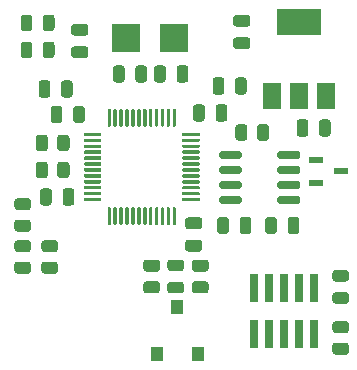
<source format=gtp>
%TF.GenerationSoftware,KiCad,Pcbnew,(5.1.9)-1*%
%TF.CreationDate,2021-02-06T23:27:04-06:00*%
%TF.ProjectId,USB2CAN,55534232-4341-44e2-9e6b-696361645f70,rev?*%
%TF.SameCoordinates,Original*%
%TF.FileFunction,Paste,Top*%
%TF.FilePolarity,Positive*%
%FSLAX46Y46*%
G04 Gerber Fmt 4.6, Leading zero omitted, Abs format (unit mm)*
G04 Created by KiCad (PCBNEW (5.1.9)-1) date 2021-02-06 23:27:04*
%MOMM*%
%LPD*%
G01*
G04 APERTURE LIST*
%ADD10R,2.400000X2.400000*%
%ADD11R,0.740000X2.400000*%
%ADD12R,3.800000X2.200000*%
%ADD13R,1.500000X2.200000*%
%ADD14R,1.000000X1.300000*%
%ADD15R,1.300000X0.600000*%
G04 APERTURE END LIST*
G36*
G01*
X156521999Y-114653000D02*
X157422001Y-114653000D01*
G75*
G02*
X157672000Y-114902999I0J-249999D01*
G01*
X157672000Y-115428001D01*
G75*
G02*
X157422001Y-115678000I-249999J0D01*
G01*
X156521999Y-115678000D01*
G75*
G02*
X156272000Y-115428001I0J249999D01*
G01*
X156272000Y-114902999D01*
G75*
G02*
X156521999Y-114653000I249999J0D01*
G01*
G37*
G36*
G01*
X156521999Y-116478000D02*
X157422001Y-116478000D01*
G75*
G02*
X157672000Y-116727999I0J-249999D01*
G01*
X157672000Y-117253001D01*
G75*
G02*
X157422001Y-117503000I-249999J0D01*
G01*
X156521999Y-117503000D01*
G75*
G02*
X156272000Y-117253001I0J249999D01*
G01*
X156272000Y-116727999D01*
G75*
G02*
X156521999Y-116478000I249999J0D01*
G01*
G37*
G36*
G01*
X156515750Y-112210000D02*
X157428250Y-112210000D01*
G75*
G02*
X157672000Y-112453750I0J-243750D01*
G01*
X157672000Y-112941250D01*
G75*
G02*
X157428250Y-113185000I-243750J0D01*
G01*
X156515750Y-113185000D01*
G75*
G02*
X156272000Y-112941250I0J243750D01*
G01*
X156272000Y-112453750D01*
G75*
G02*
X156515750Y-112210000I243750J0D01*
G01*
G37*
G36*
G01*
X156515750Y-110335000D02*
X157428250Y-110335000D01*
G75*
G02*
X157672000Y-110578750I0J-243750D01*
G01*
X157672000Y-111066250D01*
G75*
G02*
X157428250Y-111310000I-243750J0D01*
G01*
X156515750Y-111310000D01*
G75*
G02*
X156272000Y-111066250I0J243750D01*
G01*
X156272000Y-110578750D01*
G75*
G02*
X156515750Y-110335000I243750J0D01*
G01*
G37*
D10*
X138793000Y-90678000D03*
X142893000Y-90678000D03*
D11*
X154686000Y-111842000D03*
X154686000Y-115742000D03*
X153416000Y-111842000D03*
X153416000Y-115742000D03*
X152146000Y-111842000D03*
X152146000Y-115742000D03*
X150876000Y-111842000D03*
X150876000Y-115742000D03*
X149606000Y-111842000D03*
X149606000Y-115742000D03*
G36*
G01*
X143631800Y-98700000D02*
X144956800Y-98700000D01*
G75*
G02*
X145031800Y-98775000I0J-75000D01*
G01*
X145031800Y-98925000D01*
G75*
G02*
X144956800Y-99000000I-75000J0D01*
G01*
X143631800Y-99000000D01*
G75*
G02*
X143556800Y-98925000I0J75000D01*
G01*
X143556800Y-98775000D01*
G75*
G02*
X143631800Y-98700000I75000J0D01*
G01*
G37*
G36*
G01*
X143631800Y-99200000D02*
X144956800Y-99200000D01*
G75*
G02*
X145031800Y-99275000I0J-75000D01*
G01*
X145031800Y-99425000D01*
G75*
G02*
X144956800Y-99500000I-75000J0D01*
G01*
X143631800Y-99500000D01*
G75*
G02*
X143556800Y-99425000I0J75000D01*
G01*
X143556800Y-99275000D01*
G75*
G02*
X143631800Y-99200000I75000J0D01*
G01*
G37*
G36*
G01*
X143631800Y-99700000D02*
X144956800Y-99700000D01*
G75*
G02*
X145031800Y-99775000I0J-75000D01*
G01*
X145031800Y-99925000D01*
G75*
G02*
X144956800Y-100000000I-75000J0D01*
G01*
X143631800Y-100000000D01*
G75*
G02*
X143556800Y-99925000I0J75000D01*
G01*
X143556800Y-99775000D01*
G75*
G02*
X143631800Y-99700000I75000J0D01*
G01*
G37*
G36*
G01*
X143631800Y-100200000D02*
X144956800Y-100200000D01*
G75*
G02*
X145031800Y-100275000I0J-75000D01*
G01*
X145031800Y-100425000D01*
G75*
G02*
X144956800Y-100500000I-75000J0D01*
G01*
X143631800Y-100500000D01*
G75*
G02*
X143556800Y-100425000I0J75000D01*
G01*
X143556800Y-100275000D01*
G75*
G02*
X143631800Y-100200000I75000J0D01*
G01*
G37*
G36*
G01*
X143631800Y-100700000D02*
X144956800Y-100700000D01*
G75*
G02*
X145031800Y-100775000I0J-75000D01*
G01*
X145031800Y-100925000D01*
G75*
G02*
X144956800Y-101000000I-75000J0D01*
G01*
X143631800Y-101000000D01*
G75*
G02*
X143556800Y-100925000I0J75000D01*
G01*
X143556800Y-100775000D01*
G75*
G02*
X143631800Y-100700000I75000J0D01*
G01*
G37*
G36*
G01*
X143631800Y-101200000D02*
X144956800Y-101200000D01*
G75*
G02*
X145031800Y-101275000I0J-75000D01*
G01*
X145031800Y-101425000D01*
G75*
G02*
X144956800Y-101500000I-75000J0D01*
G01*
X143631800Y-101500000D01*
G75*
G02*
X143556800Y-101425000I0J75000D01*
G01*
X143556800Y-101275000D01*
G75*
G02*
X143631800Y-101200000I75000J0D01*
G01*
G37*
G36*
G01*
X143631800Y-101700000D02*
X144956800Y-101700000D01*
G75*
G02*
X145031800Y-101775000I0J-75000D01*
G01*
X145031800Y-101925000D01*
G75*
G02*
X144956800Y-102000000I-75000J0D01*
G01*
X143631800Y-102000000D01*
G75*
G02*
X143556800Y-101925000I0J75000D01*
G01*
X143556800Y-101775000D01*
G75*
G02*
X143631800Y-101700000I75000J0D01*
G01*
G37*
G36*
G01*
X143631800Y-102200000D02*
X144956800Y-102200000D01*
G75*
G02*
X145031800Y-102275000I0J-75000D01*
G01*
X145031800Y-102425000D01*
G75*
G02*
X144956800Y-102500000I-75000J0D01*
G01*
X143631800Y-102500000D01*
G75*
G02*
X143556800Y-102425000I0J75000D01*
G01*
X143556800Y-102275000D01*
G75*
G02*
X143631800Y-102200000I75000J0D01*
G01*
G37*
G36*
G01*
X143631800Y-102700000D02*
X144956800Y-102700000D01*
G75*
G02*
X145031800Y-102775000I0J-75000D01*
G01*
X145031800Y-102925000D01*
G75*
G02*
X144956800Y-103000000I-75000J0D01*
G01*
X143631800Y-103000000D01*
G75*
G02*
X143556800Y-102925000I0J75000D01*
G01*
X143556800Y-102775000D01*
G75*
G02*
X143631800Y-102700000I75000J0D01*
G01*
G37*
G36*
G01*
X143631800Y-103200000D02*
X144956800Y-103200000D01*
G75*
G02*
X145031800Y-103275000I0J-75000D01*
G01*
X145031800Y-103425000D01*
G75*
G02*
X144956800Y-103500000I-75000J0D01*
G01*
X143631800Y-103500000D01*
G75*
G02*
X143556800Y-103425000I0J75000D01*
G01*
X143556800Y-103275000D01*
G75*
G02*
X143631800Y-103200000I75000J0D01*
G01*
G37*
G36*
G01*
X143631800Y-103700000D02*
X144956800Y-103700000D01*
G75*
G02*
X145031800Y-103775000I0J-75000D01*
G01*
X145031800Y-103925000D01*
G75*
G02*
X144956800Y-104000000I-75000J0D01*
G01*
X143631800Y-104000000D01*
G75*
G02*
X143556800Y-103925000I0J75000D01*
G01*
X143556800Y-103775000D01*
G75*
G02*
X143631800Y-103700000I75000J0D01*
G01*
G37*
G36*
G01*
X143631800Y-104200000D02*
X144956800Y-104200000D01*
G75*
G02*
X145031800Y-104275000I0J-75000D01*
G01*
X145031800Y-104425000D01*
G75*
G02*
X144956800Y-104500000I-75000J0D01*
G01*
X143631800Y-104500000D01*
G75*
G02*
X143556800Y-104425000I0J75000D01*
G01*
X143556800Y-104275000D01*
G75*
G02*
X143631800Y-104200000I75000J0D01*
G01*
G37*
G36*
G01*
X142806800Y-105025000D02*
X142956800Y-105025000D01*
G75*
G02*
X143031800Y-105100000I0J-75000D01*
G01*
X143031800Y-106425000D01*
G75*
G02*
X142956800Y-106500000I-75000J0D01*
G01*
X142806800Y-106500000D01*
G75*
G02*
X142731800Y-106425000I0J75000D01*
G01*
X142731800Y-105100000D01*
G75*
G02*
X142806800Y-105025000I75000J0D01*
G01*
G37*
G36*
G01*
X142306800Y-105025000D02*
X142456800Y-105025000D01*
G75*
G02*
X142531800Y-105100000I0J-75000D01*
G01*
X142531800Y-106425000D01*
G75*
G02*
X142456800Y-106500000I-75000J0D01*
G01*
X142306800Y-106500000D01*
G75*
G02*
X142231800Y-106425000I0J75000D01*
G01*
X142231800Y-105100000D01*
G75*
G02*
X142306800Y-105025000I75000J0D01*
G01*
G37*
G36*
G01*
X141806800Y-105025000D02*
X141956800Y-105025000D01*
G75*
G02*
X142031800Y-105100000I0J-75000D01*
G01*
X142031800Y-106425000D01*
G75*
G02*
X141956800Y-106500000I-75000J0D01*
G01*
X141806800Y-106500000D01*
G75*
G02*
X141731800Y-106425000I0J75000D01*
G01*
X141731800Y-105100000D01*
G75*
G02*
X141806800Y-105025000I75000J0D01*
G01*
G37*
G36*
G01*
X141306800Y-105025000D02*
X141456800Y-105025000D01*
G75*
G02*
X141531800Y-105100000I0J-75000D01*
G01*
X141531800Y-106425000D01*
G75*
G02*
X141456800Y-106500000I-75000J0D01*
G01*
X141306800Y-106500000D01*
G75*
G02*
X141231800Y-106425000I0J75000D01*
G01*
X141231800Y-105100000D01*
G75*
G02*
X141306800Y-105025000I75000J0D01*
G01*
G37*
G36*
G01*
X140806800Y-105025000D02*
X140956800Y-105025000D01*
G75*
G02*
X141031800Y-105100000I0J-75000D01*
G01*
X141031800Y-106425000D01*
G75*
G02*
X140956800Y-106500000I-75000J0D01*
G01*
X140806800Y-106500000D01*
G75*
G02*
X140731800Y-106425000I0J75000D01*
G01*
X140731800Y-105100000D01*
G75*
G02*
X140806800Y-105025000I75000J0D01*
G01*
G37*
G36*
G01*
X140306800Y-105025000D02*
X140456800Y-105025000D01*
G75*
G02*
X140531800Y-105100000I0J-75000D01*
G01*
X140531800Y-106425000D01*
G75*
G02*
X140456800Y-106500000I-75000J0D01*
G01*
X140306800Y-106500000D01*
G75*
G02*
X140231800Y-106425000I0J75000D01*
G01*
X140231800Y-105100000D01*
G75*
G02*
X140306800Y-105025000I75000J0D01*
G01*
G37*
G36*
G01*
X139806800Y-105025000D02*
X139956800Y-105025000D01*
G75*
G02*
X140031800Y-105100000I0J-75000D01*
G01*
X140031800Y-106425000D01*
G75*
G02*
X139956800Y-106500000I-75000J0D01*
G01*
X139806800Y-106500000D01*
G75*
G02*
X139731800Y-106425000I0J75000D01*
G01*
X139731800Y-105100000D01*
G75*
G02*
X139806800Y-105025000I75000J0D01*
G01*
G37*
G36*
G01*
X139306800Y-105025000D02*
X139456800Y-105025000D01*
G75*
G02*
X139531800Y-105100000I0J-75000D01*
G01*
X139531800Y-106425000D01*
G75*
G02*
X139456800Y-106500000I-75000J0D01*
G01*
X139306800Y-106500000D01*
G75*
G02*
X139231800Y-106425000I0J75000D01*
G01*
X139231800Y-105100000D01*
G75*
G02*
X139306800Y-105025000I75000J0D01*
G01*
G37*
G36*
G01*
X138806800Y-105025000D02*
X138956800Y-105025000D01*
G75*
G02*
X139031800Y-105100000I0J-75000D01*
G01*
X139031800Y-106425000D01*
G75*
G02*
X138956800Y-106500000I-75000J0D01*
G01*
X138806800Y-106500000D01*
G75*
G02*
X138731800Y-106425000I0J75000D01*
G01*
X138731800Y-105100000D01*
G75*
G02*
X138806800Y-105025000I75000J0D01*
G01*
G37*
G36*
G01*
X138306800Y-105025000D02*
X138456800Y-105025000D01*
G75*
G02*
X138531800Y-105100000I0J-75000D01*
G01*
X138531800Y-106425000D01*
G75*
G02*
X138456800Y-106500000I-75000J0D01*
G01*
X138306800Y-106500000D01*
G75*
G02*
X138231800Y-106425000I0J75000D01*
G01*
X138231800Y-105100000D01*
G75*
G02*
X138306800Y-105025000I75000J0D01*
G01*
G37*
G36*
G01*
X137806800Y-105025000D02*
X137956800Y-105025000D01*
G75*
G02*
X138031800Y-105100000I0J-75000D01*
G01*
X138031800Y-106425000D01*
G75*
G02*
X137956800Y-106500000I-75000J0D01*
G01*
X137806800Y-106500000D01*
G75*
G02*
X137731800Y-106425000I0J75000D01*
G01*
X137731800Y-105100000D01*
G75*
G02*
X137806800Y-105025000I75000J0D01*
G01*
G37*
G36*
G01*
X137306800Y-105025000D02*
X137456800Y-105025000D01*
G75*
G02*
X137531800Y-105100000I0J-75000D01*
G01*
X137531800Y-106425000D01*
G75*
G02*
X137456800Y-106500000I-75000J0D01*
G01*
X137306800Y-106500000D01*
G75*
G02*
X137231800Y-106425000I0J75000D01*
G01*
X137231800Y-105100000D01*
G75*
G02*
X137306800Y-105025000I75000J0D01*
G01*
G37*
G36*
G01*
X135306800Y-104200000D02*
X136631800Y-104200000D01*
G75*
G02*
X136706800Y-104275000I0J-75000D01*
G01*
X136706800Y-104425000D01*
G75*
G02*
X136631800Y-104500000I-75000J0D01*
G01*
X135306800Y-104500000D01*
G75*
G02*
X135231800Y-104425000I0J75000D01*
G01*
X135231800Y-104275000D01*
G75*
G02*
X135306800Y-104200000I75000J0D01*
G01*
G37*
G36*
G01*
X135306800Y-103700000D02*
X136631800Y-103700000D01*
G75*
G02*
X136706800Y-103775000I0J-75000D01*
G01*
X136706800Y-103925000D01*
G75*
G02*
X136631800Y-104000000I-75000J0D01*
G01*
X135306800Y-104000000D01*
G75*
G02*
X135231800Y-103925000I0J75000D01*
G01*
X135231800Y-103775000D01*
G75*
G02*
X135306800Y-103700000I75000J0D01*
G01*
G37*
G36*
G01*
X135306800Y-103200000D02*
X136631800Y-103200000D01*
G75*
G02*
X136706800Y-103275000I0J-75000D01*
G01*
X136706800Y-103425000D01*
G75*
G02*
X136631800Y-103500000I-75000J0D01*
G01*
X135306800Y-103500000D01*
G75*
G02*
X135231800Y-103425000I0J75000D01*
G01*
X135231800Y-103275000D01*
G75*
G02*
X135306800Y-103200000I75000J0D01*
G01*
G37*
G36*
G01*
X135306800Y-102700000D02*
X136631800Y-102700000D01*
G75*
G02*
X136706800Y-102775000I0J-75000D01*
G01*
X136706800Y-102925000D01*
G75*
G02*
X136631800Y-103000000I-75000J0D01*
G01*
X135306800Y-103000000D01*
G75*
G02*
X135231800Y-102925000I0J75000D01*
G01*
X135231800Y-102775000D01*
G75*
G02*
X135306800Y-102700000I75000J0D01*
G01*
G37*
G36*
G01*
X135306800Y-102200000D02*
X136631800Y-102200000D01*
G75*
G02*
X136706800Y-102275000I0J-75000D01*
G01*
X136706800Y-102425000D01*
G75*
G02*
X136631800Y-102500000I-75000J0D01*
G01*
X135306800Y-102500000D01*
G75*
G02*
X135231800Y-102425000I0J75000D01*
G01*
X135231800Y-102275000D01*
G75*
G02*
X135306800Y-102200000I75000J0D01*
G01*
G37*
G36*
G01*
X135306800Y-101700000D02*
X136631800Y-101700000D01*
G75*
G02*
X136706800Y-101775000I0J-75000D01*
G01*
X136706800Y-101925000D01*
G75*
G02*
X136631800Y-102000000I-75000J0D01*
G01*
X135306800Y-102000000D01*
G75*
G02*
X135231800Y-101925000I0J75000D01*
G01*
X135231800Y-101775000D01*
G75*
G02*
X135306800Y-101700000I75000J0D01*
G01*
G37*
G36*
G01*
X135306800Y-101200000D02*
X136631800Y-101200000D01*
G75*
G02*
X136706800Y-101275000I0J-75000D01*
G01*
X136706800Y-101425000D01*
G75*
G02*
X136631800Y-101500000I-75000J0D01*
G01*
X135306800Y-101500000D01*
G75*
G02*
X135231800Y-101425000I0J75000D01*
G01*
X135231800Y-101275000D01*
G75*
G02*
X135306800Y-101200000I75000J0D01*
G01*
G37*
G36*
G01*
X135306800Y-100700000D02*
X136631800Y-100700000D01*
G75*
G02*
X136706800Y-100775000I0J-75000D01*
G01*
X136706800Y-100925000D01*
G75*
G02*
X136631800Y-101000000I-75000J0D01*
G01*
X135306800Y-101000000D01*
G75*
G02*
X135231800Y-100925000I0J75000D01*
G01*
X135231800Y-100775000D01*
G75*
G02*
X135306800Y-100700000I75000J0D01*
G01*
G37*
G36*
G01*
X135306800Y-100200000D02*
X136631800Y-100200000D01*
G75*
G02*
X136706800Y-100275000I0J-75000D01*
G01*
X136706800Y-100425000D01*
G75*
G02*
X136631800Y-100500000I-75000J0D01*
G01*
X135306800Y-100500000D01*
G75*
G02*
X135231800Y-100425000I0J75000D01*
G01*
X135231800Y-100275000D01*
G75*
G02*
X135306800Y-100200000I75000J0D01*
G01*
G37*
G36*
G01*
X135306800Y-99700000D02*
X136631800Y-99700000D01*
G75*
G02*
X136706800Y-99775000I0J-75000D01*
G01*
X136706800Y-99925000D01*
G75*
G02*
X136631800Y-100000000I-75000J0D01*
G01*
X135306800Y-100000000D01*
G75*
G02*
X135231800Y-99925000I0J75000D01*
G01*
X135231800Y-99775000D01*
G75*
G02*
X135306800Y-99700000I75000J0D01*
G01*
G37*
G36*
G01*
X135306800Y-99200000D02*
X136631800Y-99200000D01*
G75*
G02*
X136706800Y-99275000I0J-75000D01*
G01*
X136706800Y-99425000D01*
G75*
G02*
X136631800Y-99500000I-75000J0D01*
G01*
X135306800Y-99500000D01*
G75*
G02*
X135231800Y-99425000I0J75000D01*
G01*
X135231800Y-99275000D01*
G75*
G02*
X135306800Y-99200000I75000J0D01*
G01*
G37*
G36*
G01*
X135306800Y-98700000D02*
X136631800Y-98700000D01*
G75*
G02*
X136706800Y-98775000I0J-75000D01*
G01*
X136706800Y-98925000D01*
G75*
G02*
X136631800Y-99000000I-75000J0D01*
G01*
X135306800Y-99000000D01*
G75*
G02*
X135231800Y-98925000I0J75000D01*
G01*
X135231800Y-98775000D01*
G75*
G02*
X135306800Y-98700000I75000J0D01*
G01*
G37*
G36*
G01*
X137306800Y-96700000D02*
X137456800Y-96700000D01*
G75*
G02*
X137531800Y-96775000I0J-75000D01*
G01*
X137531800Y-98100000D01*
G75*
G02*
X137456800Y-98175000I-75000J0D01*
G01*
X137306800Y-98175000D01*
G75*
G02*
X137231800Y-98100000I0J75000D01*
G01*
X137231800Y-96775000D01*
G75*
G02*
X137306800Y-96700000I75000J0D01*
G01*
G37*
G36*
G01*
X137806800Y-96700000D02*
X137956800Y-96700000D01*
G75*
G02*
X138031800Y-96775000I0J-75000D01*
G01*
X138031800Y-98100000D01*
G75*
G02*
X137956800Y-98175000I-75000J0D01*
G01*
X137806800Y-98175000D01*
G75*
G02*
X137731800Y-98100000I0J75000D01*
G01*
X137731800Y-96775000D01*
G75*
G02*
X137806800Y-96700000I75000J0D01*
G01*
G37*
G36*
G01*
X138306800Y-96700000D02*
X138456800Y-96700000D01*
G75*
G02*
X138531800Y-96775000I0J-75000D01*
G01*
X138531800Y-98100000D01*
G75*
G02*
X138456800Y-98175000I-75000J0D01*
G01*
X138306800Y-98175000D01*
G75*
G02*
X138231800Y-98100000I0J75000D01*
G01*
X138231800Y-96775000D01*
G75*
G02*
X138306800Y-96700000I75000J0D01*
G01*
G37*
G36*
G01*
X138806800Y-96700000D02*
X138956800Y-96700000D01*
G75*
G02*
X139031800Y-96775000I0J-75000D01*
G01*
X139031800Y-98100000D01*
G75*
G02*
X138956800Y-98175000I-75000J0D01*
G01*
X138806800Y-98175000D01*
G75*
G02*
X138731800Y-98100000I0J75000D01*
G01*
X138731800Y-96775000D01*
G75*
G02*
X138806800Y-96700000I75000J0D01*
G01*
G37*
G36*
G01*
X139306800Y-96700000D02*
X139456800Y-96700000D01*
G75*
G02*
X139531800Y-96775000I0J-75000D01*
G01*
X139531800Y-98100000D01*
G75*
G02*
X139456800Y-98175000I-75000J0D01*
G01*
X139306800Y-98175000D01*
G75*
G02*
X139231800Y-98100000I0J75000D01*
G01*
X139231800Y-96775000D01*
G75*
G02*
X139306800Y-96700000I75000J0D01*
G01*
G37*
G36*
G01*
X139806800Y-96700000D02*
X139956800Y-96700000D01*
G75*
G02*
X140031800Y-96775000I0J-75000D01*
G01*
X140031800Y-98100000D01*
G75*
G02*
X139956800Y-98175000I-75000J0D01*
G01*
X139806800Y-98175000D01*
G75*
G02*
X139731800Y-98100000I0J75000D01*
G01*
X139731800Y-96775000D01*
G75*
G02*
X139806800Y-96700000I75000J0D01*
G01*
G37*
G36*
G01*
X140306800Y-96700000D02*
X140456800Y-96700000D01*
G75*
G02*
X140531800Y-96775000I0J-75000D01*
G01*
X140531800Y-98100000D01*
G75*
G02*
X140456800Y-98175000I-75000J0D01*
G01*
X140306800Y-98175000D01*
G75*
G02*
X140231800Y-98100000I0J75000D01*
G01*
X140231800Y-96775000D01*
G75*
G02*
X140306800Y-96700000I75000J0D01*
G01*
G37*
G36*
G01*
X140806800Y-96700000D02*
X140956800Y-96700000D01*
G75*
G02*
X141031800Y-96775000I0J-75000D01*
G01*
X141031800Y-98100000D01*
G75*
G02*
X140956800Y-98175000I-75000J0D01*
G01*
X140806800Y-98175000D01*
G75*
G02*
X140731800Y-98100000I0J75000D01*
G01*
X140731800Y-96775000D01*
G75*
G02*
X140806800Y-96700000I75000J0D01*
G01*
G37*
G36*
G01*
X141306800Y-96700000D02*
X141456800Y-96700000D01*
G75*
G02*
X141531800Y-96775000I0J-75000D01*
G01*
X141531800Y-98100000D01*
G75*
G02*
X141456800Y-98175000I-75000J0D01*
G01*
X141306800Y-98175000D01*
G75*
G02*
X141231800Y-98100000I0J75000D01*
G01*
X141231800Y-96775000D01*
G75*
G02*
X141306800Y-96700000I75000J0D01*
G01*
G37*
G36*
G01*
X141806800Y-96700000D02*
X141956800Y-96700000D01*
G75*
G02*
X142031800Y-96775000I0J-75000D01*
G01*
X142031800Y-98100000D01*
G75*
G02*
X141956800Y-98175000I-75000J0D01*
G01*
X141806800Y-98175000D01*
G75*
G02*
X141731800Y-98100000I0J75000D01*
G01*
X141731800Y-96775000D01*
G75*
G02*
X141806800Y-96700000I75000J0D01*
G01*
G37*
G36*
G01*
X142306800Y-96700000D02*
X142456800Y-96700000D01*
G75*
G02*
X142531800Y-96775000I0J-75000D01*
G01*
X142531800Y-98100000D01*
G75*
G02*
X142456800Y-98175000I-75000J0D01*
G01*
X142306800Y-98175000D01*
G75*
G02*
X142231800Y-98100000I0J75000D01*
G01*
X142231800Y-96775000D01*
G75*
G02*
X142306800Y-96700000I75000J0D01*
G01*
G37*
G36*
G01*
X142806800Y-96700000D02*
X142956800Y-96700000D01*
G75*
G02*
X143031800Y-96775000I0J-75000D01*
G01*
X143031800Y-98100000D01*
G75*
G02*
X142956800Y-98175000I-75000J0D01*
G01*
X142806800Y-98175000D01*
G75*
G02*
X142731800Y-98100000I0J75000D01*
G01*
X142731800Y-96775000D01*
G75*
G02*
X142806800Y-96700000I75000J0D01*
G01*
G37*
D12*
X153416000Y-89306000D03*
D13*
X151116000Y-95606000D03*
X153416000Y-95606000D03*
X155716000Y-95606000D03*
G36*
G01*
X151614000Y-100734000D02*
X151614000Y-100434000D01*
G75*
G02*
X151764000Y-100284000I150000J0D01*
G01*
X153414000Y-100284000D01*
G75*
G02*
X153564000Y-100434000I0J-150000D01*
G01*
X153564000Y-100734000D01*
G75*
G02*
X153414000Y-100884000I-150000J0D01*
G01*
X151764000Y-100884000D01*
G75*
G02*
X151614000Y-100734000I0J150000D01*
G01*
G37*
G36*
G01*
X151614000Y-102004000D02*
X151614000Y-101704000D01*
G75*
G02*
X151764000Y-101554000I150000J0D01*
G01*
X153414000Y-101554000D01*
G75*
G02*
X153564000Y-101704000I0J-150000D01*
G01*
X153564000Y-102004000D01*
G75*
G02*
X153414000Y-102154000I-150000J0D01*
G01*
X151764000Y-102154000D01*
G75*
G02*
X151614000Y-102004000I0J150000D01*
G01*
G37*
G36*
G01*
X151614000Y-103274000D02*
X151614000Y-102974000D01*
G75*
G02*
X151764000Y-102824000I150000J0D01*
G01*
X153414000Y-102824000D01*
G75*
G02*
X153564000Y-102974000I0J-150000D01*
G01*
X153564000Y-103274000D01*
G75*
G02*
X153414000Y-103424000I-150000J0D01*
G01*
X151764000Y-103424000D01*
G75*
G02*
X151614000Y-103274000I0J150000D01*
G01*
G37*
G36*
G01*
X151614000Y-104544000D02*
X151614000Y-104244000D01*
G75*
G02*
X151764000Y-104094000I150000J0D01*
G01*
X153414000Y-104094000D01*
G75*
G02*
X153564000Y-104244000I0J-150000D01*
G01*
X153564000Y-104544000D01*
G75*
G02*
X153414000Y-104694000I-150000J0D01*
G01*
X151764000Y-104694000D01*
G75*
G02*
X151614000Y-104544000I0J150000D01*
G01*
G37*
G36*
G01*
X146664000Y-104544000D02*
X146664000Y-104244000D01*
G75*
G02*
X146814000Y-104094000I150000J0D01*
G01*
X148464000Y-104094000D01*
G75*
G02*
X148614000Y-104244000I0J-150000D01*
G01*
X148614000Y-104544000D01*
G75*
G02*
X148464000Y-104694000I-150000J0D01*
G01*
X146814000Y-104694000D01*
G75*
G02*
X146664000Y-104544000I0J150000D01*
G01*
G37*
G36*
G01*
X146664000Y-103274000D02*
X146664000Y-102974000D01*
G75*
G02*
X146814000Y-102824000I150000J0D01*
G01*
X148464000Y-102824000D01*
G75*
G02*
X148614000Y-102974000I0J-150000D01*
G01*
X148614000Y-103274000D01*
G75*
G02*
X148464000Y-103424000I-150000J0D01*
G01*
X146814000Y-103424000D01*
G75*
G02*
X146664000Y-103274000I0J150000D01*
G01*
G37*
G36*
G01*
X146664000Y-102004000D02*
X146664000Y-101704000D01*
G75*
G02*
X146814000Y-101554000I150000J0D01*
G01*
X148464000Y-101554000D01*
G75*
G02*
X148614000Y-101704000I0J-150000D01*
G01*
X148614000Y-102004000D01*
G75*
G02*
X148464000Y-102154000I-150000J0D01*
G01*
X146814000Y-102154000D01*
G75*
G02*
X146664000Y-102004000I0J150000D01*
G01*
G37*
G36*
G01*
X146664000Y-100734000D02*
X146664000Y-100434000D01*
G75*
G02*
X146814000Y-100284000I150000J0D01*
G01*
X148464000Y-100284000D01*
G75*
G02*
X148614000Y-100434000I0J-150000D01*
G01*
X148614000Y-100734000D01*
G75*
G02*
X148464000Y-100884000I-150000J0D01*
G01*
X146814000Y-100884000D01*
G75*
G02*
X146664000Y-100734000I0J150000D01*
G01*
G37*
D14*
X144879000Y-117393000D03*
X143129000Y-113493000D03*
X141379000Y-117393000D03*
G36*
G01*
X145534801Y-110471000D02*
X144634799Y-110471000D01*
G75*
G02*
X144384800Y-110221001I0J249999D01*
G01*
X144384800Y-109695999D01*
G75*
G02*
X144634799Y-109446000I249999J0D01*
G01*
X145534801Y-109446000D01*
G75*
G02*
X145784800Y-109695999I0J-249999D01*
G01*
X145784800Y-110221001D01*
G75*
G02*
X145534801Y-110471000I-249999J0D01*
G01*
G37*
G36*
G01*
X145534801Y-112296000D02*
X144634799Y-112296000D01*
G75*
G02*
X144384800Y-112046001I0J249999D01*
G01*
X144384800Y-111520999D01*
G75*
G02*
X144634799Y-111271000I249999J0D01*
G01*
X145534801Y-111271000D01*
G75*
G02*
X145784800Y-111520999I0J-249999D01*
G01*
X145784800Y-112046001D01*
G75*
G02*
X145534801Y-112296000I-249999J0D01*
G01*
G37*
G36*
G01*
X131883999Y-109620000D02*
X132784001Y-109620000D01*
G75*
G02*
X133034000Y-109869999I0J-249999D01*
G01*
X133034000Y-110395001D01*
G75*
G02*
X132784001Y-110645000I-249999J0D01*
G01*
X131883999Y-110645000D01*
G75*
G02*
X131634000Y-110395001I0J249999D01*
G01*
X131634000Y-109869999D01*
G75*
G02*
X131883999Y-109620000I249999J0D01*
G01*
G37*
G36*
G01*
X131883999Y-107795000D02*
X132784001Y-107795000D01*
G75*
G02*
X133034000Y-108044999I0J-249999D01*
G01*
X133034000Y-108570001D01*
G75*
G02*
X132784001Y-108820000I-249999J0D01*
G01*
X131883999Y-108820000D01*
G75*
G02*
X131634000Y-108570001I0J249999D01*
G01*
X131634000Y-108044999D01*
G75*
G02*
X131883999Y-107795000I249999J0D01*
G01*
G37*
G36*
G01*
X141420001Y-110471000D02*
X140519999Y-110471000D01*
G75*
G02*
X140270000Y-110221001I0J249999D01*
G01*
X140270000Y-109695999D01*
G75*
G02*
X140519999Y-109446000I249999J0D01*
G01*
X141420001Y-109446000D01*
G75*
G02*
X141670000Y-109695999I0J-249999D01*
G01*
X141670000Y-110221001D01*
G75*
G02*
X141420001Y-110471000I-249999J0D01*
G01*
G37*
G36*
G01*
X141420001Y-112296000D02*
X140519999Y-112296000D01*
G75*
G02*
X140270000Y-112046001I0J249999D01*
G01*
X140270000Y-111520999D01*
G75*
G02*
X140519999Y-111271000I249999J0D01*
G01*
X141420001Y-111271000D01*
G75*
G02*
X141670000Y-111520999I0J-249999D01*
G01*
X141670000Y-112046001D01*
G75*
G02*
X141420001Y-112296000I-249999J0D01*
G01*
G37*
G36*
G01*
X130498001Y-105264000D02*
X129597999Y-105264000D01*
G75*
G02*
X129348000Y-105014001I0J249999D01*
G01*
X129348000Y-104488999D01*
G75*
G02*
X129597999Y-104239000I249999J0D01*
G01*
X130498001Y-104239000D01*
G75*
G02*
X130748000Y-104488999I0J-249999D01*
G01*
X130748000Y-105014001D01*
G75*
G02*
X130498001Y-105264000I-249999J0D01*
G01*
G37*
G36*
G01*
X130498001Y-107089000D02*
X129597999Y-107089000D01*
G75*
G02*
X129348000Y-106839001I0J249999D01*
G01*
X129348000Y-106313999D01*
G75*
G02*
X129597999Y-106064000I249999J0D01*
G01*
X130498001Y-106064000D01*
G75*
G02*
X130748000Y-106313999I0J-249999D01*
G01*
X130748000Y-106839001D01*
G75*
G02*
X130498001Y-107089000I-249999J0D01*
G01*
G37*
G36*
G01*
X129597999Y-109620000D02*
X130498001Y-109620000D01*
G75*
G02*
X130748000Y-109869999I0J-249999D01*
G01*
X130748000Y-110395001D01*
G75*
G02*
X130498001Y-110645000I-249999J0D01*
G01*
X129597999Y-110645000D01*
G75*
G02*
X129348000Y-110395001I0J249999D01*
G01*
X129348000Y-109869999D01*
G75*
G02*
X129597999Y-109620000I249999J0D01*
G01*
G37*
G36*
G01*
X129597999Y-107795000D02*
X130498001Y-107795000D01*
G75*
G02*
X130748000Y-108044999I0J-249999D01*
G01*
X130748000Y-108570001D01*
G75*
G02*
X130498001Y-108820000I-249999J0D01*
G01*
X129597999Y-108820000D01*
G75*
G02*
X129348000Y-108570001I0J249999D01*
G01*
X129348000Y-108044999D01*
G75*
G02*
X129597999Y-107795000I249999J0D01*
G01*
G37*
G36*
G01*
X132988000Y-100018001D02*
X132988000Y-99117999D01*
G75*
G02*
X133237999Y-98868000I249999J0D01*
G01*
X133763001Y-98868000D01*
G75*
G02*
X134013000Y-99117999I0J-249999D01*
G01*
X134013000Y-100018001D01*
G75*
G02*
X133763001Y-100268000I-249999J0D01*
G01*
X133237999Y-100268000D01*
G75*
G02*
X132988000Y-100018001I0J249999D01*
G01*
G37*
G36*
G01*
X131163000Y-100018001D02*
X131163000Y-99117999D01*
G75*
G02*
X131412999Y-98868000I249999J0D01*
G01*
X131938001Y-98868000D01*
G75*
G02*
X132188000Y-99117999I0J-249999D01*
G01*
X132188000Y-100018001D01*
G75*
G02*
X131938001Y-100268000I-249999J0D01*
G01*
X131412999Y-100268000D01*
G75*
G02*
X131163000Y-100018001I0J249999D01*
G01*
G37*
G36*
G01*
X132988000Y-102304001D02*
X132988000Y-101403999D01*
G75*
G02*
X133237999Y-101154000I249999J0D01*
G01*
X133763001Y-101154000D01*
G75*
G02*
X134013000Y-101403999I0J-249999D01*
G01*
X134013000Y-102304001D01*
G75*
G02*
X133763001Y-102554000I-249999J0D01*
G01*
X133237999Y-102554000D01*
G75*
G02*
X132988000Y-102304001I0J249999D01*
G01*
G37*
G36*
G01*
X131163000Y-102304001D02*
X131163000Y-101403999D01*
G75*
G02*
X131412999Y-101154000I249999J0D01*
G01*
X131938001Y-101154000D01*
G75*
G02*
X132188000Y-101403999I0J-249999D01*
G01*
X132188000Y-102304001D01*
G75*
G02*
X131938001Y-102554000I-249999J0D01*
G01*
X131412999Y-102554000D01*
G75*
G02*
X131163000Y-102304001I0J249999D01*
G01*
G37*
G36*
G01*
X149079000Y-98228999D02*
X149079000Y-99129001D01*
G75*
G02*
X148829001Y-99379000I-249999J0D01*
G01*
X148303999Y-99379000D01*
G75*
G02*
X148054000Y-99129001I0J249999D01*
G01*
X148054000Y-98228999D01*
G75*
G02*
X148303999Y-97979000I249999J0D01*
G01*
X148829001Y-97979000D01*
G75*
G02*
X149079000Y-98228999I0J-249999D01*
G01*
G37*
G36*
G01*
X150904000Y-98228999D02*
X150904000Y-99129001D01*
G75*
G02*
X150654001Y-99379000I-249999J0D01*
G01*
X150128999Y-99379000D01*
G75*
G02*
X149879000Y-99129001I0J249999D01*
G01*
X149879000Y-98228999D01*
G75*
G02*
X150128999Y-97979000I249999J0D01*
G01*
X150654001Y-97979000D01*
G75*
G02*
X150904000Y-98228999I0J-249999D01*
G01*
G37*
G36*
G01*
X143458250Y-110421000D02*
X142545750Y-110421000D01*
G75*
G02*
X142302000Y-110177250I0J243750D01*
G01*
X142302000Y-109689750D01*
G75*
G02*
X142545750Y-109446000I243750J0D01*
G01*
X143458250Y-109446000D01*
G75*
G02*
X143702000Y-109689750I0J-243750D01*
G01*
X143702000Y-110177250D01*
G75*
G02*
X143458250Y-110421000I-243750J0D01*
G01*
G37*
G36*
G01*
X143458250Y-112296000D02*
X142545750Y-112296000D01*
G75*
G02*
X142302000Y-112052250I0J243750D01*
G01*
X142302000Y-111564750D01*
G75*
G02*
X142545750Y-111321000I243750J0D01*
G01*
X143458250Y-111321000D01*
G75*
G02*
X143702000Y-111564750I0J-243750D01*
G01*
X143702000Y-112052250D01*
G75*
G02*
X143458250Y-112296000I-243750J0D01*
G01*
G37*
D15*
X154906000Y-101031000D03*
X154906000Y-102931000D03*
X157006000Y-101981000D03*
G36*
G01*
X130868000Y-88951750D02*
X130868000Y-89864250D01*
G75*
G02*
X130624250Y-90108000I-243750J0D01*
G01*
X130136750Y-90108000D01*
G75*
G02*
X129893000Y-89864250I0J243750D01*
G01*
X129893000Y-88951750D01*
G75*
G02*
X130136750Y-88708000I243750J0D01*
G01*
X130624250Y-88708000D01*
G75*
G02*
X130868000Y-88951750I0J-243750D01*
G01*
G37*
G36*
G01*
X132743000Y-88951750D02*
X132743000Y-89864250D01*
G75*
G02*
X132499250Y-90108000I-243750J0D01*
G01*
X132011750Y-90108000D01*
G75*
G02*
X131768000Y-89864250I0J243750D01*
G01*
X131768000Y-88951750D01*
G75*
G02*
X132011750Y-88708000I243750J0D01*
G01*
X132499250Y-88708000D01*
G75*
G02*
X132743000Y-88951750I0J-243750D01*
G01*
G37*
G36*
G01*
X130868000Y-91237750D02*
X130868000Y-92150250D01*
G75*
G02*
X130624250Y-92394000I-243750J0D01*
G01*
X130136750Y-92394000D01*
G75*
G02*
X129893000Y-92150250I0J243750D01*
G01*
X129893000Y-91237750D01*
G75*
G02*
X130136750Y-90994000I243750J0D01*
G01*
X130624250Y-90994000D01*
G75*
G02*
X130868000Y-91237750I0J-243750D01*
G01*
G37*
G36*
G01*
X132743000Y-91237750D02*
X132743000Y-92150250D01*
G75*
G02*
X132499250Y-92394000I-243750J0D01*
G01*
X132011750Y-92394000D01*
G75*
G02*
X131768000Y-92150250I0J243750D01*
G01*
X131768000Y-91237750D01*
G75*
G02*
X132011750Y-90994000I243750J0D01*
G01*
X132499250Y-90994000D01*
G75*
G02*
X132743000Y-91237750I0J-243750D01*
G01*
G37*
G36*
G01*
X132392000Y-94521000D02*
X132392000Y-95471000D01*
G75*
G02*
X132142000Y-95721000I-250000J0D01*
G01*
X131642000Y-95721000D01*
G75*
G02*
X131392000Y-95471000I0J250000D01*
G01*
X131392000Y-94521000D01*
G75*
G02*
X131642000Y-94271000I250000J0D01*
G01*
X132142000Y-94271000D01*
G75*
G02*
X132392000Y-94521000I0J-250000D01*
G01*
G37*
G36*
G01*
X134292000Y-94521000D02*
X134292000Y-95471000D01*
G75*
G02*
X134042000Y-95721000I-250000J0D01*
G01*
X133542000Y-95721000D01*
G75*
G02*
X133292000Y-95471000I0J250000D01*
G01*
X133292000Y-94521000D01*
G75*
G02*
X133542000Y-94271000I250000J0D01*
G01*
X134042000Y-94271000D01*
G75*
G02*
X134292000Y-94521000I0J-250000D01*
G01*
G37*
G36*
G01*
X133408000Y-96680000D02*
X133408000Y-97630000D01*
G75*
G02*
X133158000Y-97880000I-250000J0D01*
G01*
X132658000Y-97880000D01*
G75*
G02*
X132408000Y-97630000I0J250000D01*
G01*
X132408000Y-96680000D01*
G75*
G02*
X132658000Y-96430000I250000J0D01*
G01*
X133158000Y-96430000D01*
G75*
G02*
X133408000Y-96680000I0J-250000D01*
G01*
G37*
G36*
G01*
X135308000Y-96680000D02*
X135308000Y-97630000D01*
G75*
G02*
X135058000Y-97880000I-250000J0D01*
G01*
X134558000Y-97880000D01*
G75*
G02*
X134308000Y-97630000I0J250000D01*
G01*
X134308000Y-96680000D01*
G75*
G02*
X134558000Y-96430000I250000J0D01*
G01*
X135058000Y-96430000D01*
G75*
G02*
X135308000Y-96680000I0J-250000D01*
G01*
G37*
G36*
G01*
X148024000Y-95217000D02*
X148024000Y-94267000D01*
G75*
G02*
X148274000Y-94017000I250000J0D01*
G01*
X148774000Y-94017000D01*
G75*
G02*
X149024000Y-94267000I0J-250000D01*
G01*
X149024000Y-95217000D01*
G75*
G02*
X148774000Y-95467000I-250000J0D01*
G01*
X148274000Y-95467000D01*
G75*
G02*
X148024000Y-95217000I0J250000D01*
G01*
G37*
G36*
G01*
X146124000Y-95217000D02*
X146124000Y-94267000D01*
G75*
G02*
X146374000Y-94017000I250000J0D01*
G01*
X146874000Y-94017000D01*
G75*
G02*
X147124000Y-94267000I0J-250000D01*
G01*
X147124000Y-95217000D01*
G75*
G02*
X146874000Y-95467000I-250000J0D01*
G01*
X146374000Y-95467000D01*
G75*
G02*
X146124000Y-95217000I0J250000D01*
G01*
G37*
G36*
G01*
X146373000Y-97503000D02*
X146373000Y-96553000D01*
G75*
G02*
X146623000Y-96303000I250000J0D01*
G01*
X147123000Y-96303000D01*
G75*
G02*
X147373000Y-96553000I0J-250000D01*
G01*
X147373000Y-97503000D01*
G75*
G02*
X147123000Y-97753000I-250000J0D01*
G01*
X146623000Y-97753000D01*
G75*
G02*
X146373000Y-97503000I0J250000D01*
G01*
G37*
G36*
G01*
X144473000Y-97503000D02*
X144473000Y-96553000D01*
G75*
G02*
X144723000Y-96303000I250000J0D01*
G01*
X145223000Y-96303000D01*
G75*
G02*
X145473000Y-96553000I0J-250000D01*
G01*
X145473000Y-97503000D01*
G75*
G02*
X145223000Y-97753000I-250000J0D01*
G01*
X144723000Y-97753000D01*
G75*
G02*
X144473000Y-97503000I0J250000D01*
G01*
G37*
G36*
G01*
X144051000Y-105865000D02*
X145001000Y-105865000D01*
G75*
G02*
X145251000Y-106115000I0J-250000D01*
G01*
X145251000Y-106615000D01*
G75*
G02*
X145001000Y-106865000I-250000J0D01*
G01*
X144051000Y-106865000D01*
G75*
G02*
X143801000Y-106615000I0J250000D01*
G01*
X143801000Y-106115000D01*
G75*
G02*
X144051000Y-105865000I250000J0D01*
G01*
G37*
G36*
G01*
X144051000Y-107765000D02*
X145001000Y-107765000D01*
G75*
G02*
X145251000Y-108015000I0J-250000D01*
G01*
X145251000Y-108515000D01*
G75*
G02*
X145001000Y-108765000I-250000J0D01*
G01*
X144051000Y-108765000D01*
G75*
G02*
X143801000Y-108515000I0J250000D01*
G01*
X143801000Y-108015000D01*
G75*
G02*
X144051000Y-107765000I250000J0D01*
G01*
G37*
G36*
G01*
X132519000Y-103665000D02*
X132519000Y-104615000D01*
G75*
G02*
X132269000Y-104865000I-250000J0D01*
G01*
X131769000Y-104865000D01*
G75*
G02*
X131519000Y-104615000I0J250000D01*
G01*
X131519000Y-103665000D01*
G75*
G02*
X131769000Y-103415000I250000J0D01*
G01*
X132269000Y-103415000D01*
G75*
G02*
X132519000Y-103665000I0J-250000D01*
G01*
G37*
G36*
G01*
X134419000Y-103665000D02*
X134419000Y-104615000D01*
G75*
G02*
X134169000Y-104865000I-250000J0D01*
G01*
X133669000Y-104865000D01*
G75*
G02*
X133419000Y-104615000I0J250000D01*
G01*
X133419000Y-103665000D01*
G75*
G02*
X133669000Y-103415000I250000J0D01*
G01*
X134169000Y-103415000D01*
G75*
G02*
X134419000Y-103665000I0J-250000D01*
G01*
G37*
G36*
G01*
X138681000Y-93251000D02*
X138681000Y-94201000D01*
G75*
G02*
X138431000Y-94451000I-250000J0D01*
G01*
X137931000Y-94451000D01*
G75*
G02*
X137681000Y-94201000I0J250000D01*
G01*
X137681000Y-93251000D01*
G75*
G02*
X137931000Y-93001000I250000J0D01*
G01*
X138431000Y-93001000D01*
G75*
G02*
X138681000Y-93251000I0J-250000D01*
G01*
G37*
G36*
G01*
X140581000Y-93251000D02*
X140581000Y-94201000D01*
G75*
G02*
X140331000Y-94451000I-250000J0D01*
G01*
X139831000Y-94451000D01*
G75*
G02*
X139581000Y-94201000I0J250000D01*
G01*
X139581000Y-93251000D01*
G75*
G02*
X139831000Y-93001000I250000J0D01*
G01*
X140331000Y-93001000D01*
G75*
G02*
X140581000Y-93251000I0J-250000D01*
G01*
G37*
G36*
G01*
X143071000Y-94201000D02*
X143071000Y-93251000D01*
G75*
G02*
X143321000Y-93001000I250000J0D01*
G01*
X143821000Y-93001000D01*
G75*
G02*
X144071000Y-93251000I0J-250000D01*
G01*
X144071000Y-94201000D01*
G75*
G02*
X143821000Y-94451000I-250000J0D01*
G01*
X143321000Y-94451000D01*
G75*
G02*
X143071000Y-94201000I0J250000D01*
G01*
G37*
G36*
G01*
X141171000Y-94201000D02*
X141171000Y-93251000D01*
G75*
G02*
X141421000Y-93001000I250000J0D01*
G01*
X141921000Y-93001000D01*
G75*
G02*
X142171000Y-93251000I0J-250000D01*
G01*
X142171000Y-94201000D01*
G75*
G02*
X141921000Y-94451000I-250000J0D01*
G01*
X141421000Y-94451000D01*
G75*
G02*
X141171000Y-94201000I0J250000D01*
G01*
G37*
G36*
G01*
X148115000Y-88720000D02*
X149065000Y-88720000D01*
G75*
G02*
X149315000Y-88970000I0J-250000D01*
G01*
X149315000Y-89470000D01*
G75*
G02*
X149065000Y-89720000I-250000J0D01*
G01*
X148115000Y-89720000D01*
G75*
G02*
X147865000Y-89470000I0J250000D01*
G01*
X147865000Y-88970000D01*
G75*
G02*
X148115000Y-88720000I250000J0D01*
G01*
G37*
G36*
G01*
X148115000Y-90620000D02*
X149065000Y-90620000D01*
G75*
G02*
X149315000Y-90870000I0J-250000D01*
G01*
X149315000Y-91370000D01*
G75*
G02*
X149065000Y-91620000I-250000J0D01*
G01*
X148115000Y-91620000D01*
G75*
G02*
X147865000Y-91370000I0J250000D01*
G01*
X147865000Y-90870000D01*
G75*
G02*
X148115000Y-90620000I250000J0D01*
G01*
G37*
G36*
G01*
X135349000Y-90482000D02*
X134399000Y-90482000D01*
G75*
G02*
X134149000Y-90232000I0J250000D01*
G01*
X134149000Y-89732000D01*
G75*
G02*
X134399000Y-89482000I250000J0D01*
G01*
X135349000Y-89482000D01*
G75*
G02*
X135599000Y-89732000I0J-250000D01*
G01*
X135599000Y-90232000D01*
G75*
G02*
X135349000Y-90482000I-250000J0D01*
G01*
G37*
G36*
G01*
X135349000Y-92382000D02*
X134399000Y-92382000D01*
G75*
G02*
X134149000Y-92132000I0J250000D01*
G01*
X134149000Y-91632000D01*
G75*
G02*
X134399000Y-91382000I250000J0D01*
G01*
X135349000Y-91382000D01*
G75*
G02*
X135599000Y-91632000I0J-250000D01*
G01*
X135599000Y-92132000D01*
G75*
G02*
X135349000Y-92382000I-250000J0D01*
G01*
G37*
G36*
G01*
X156136000Y-97823000D02*
X156136000Y-98773000D01*
G75*
G02*
X155886000Y-99023000I-250000J0D01*
G01*
X155386000Y-99023000D01*
G75*
G02*
X155136000Y-98773000I0J250000D01*
G01*
X155136000Y-97823000D01*
G75*
G02*
X155386000Y-97573000I250000J0D01*
G01*
X155886000Y-97573000D01*
G75*
G02*
X156136000Y-97823000I0J-250000D01*
G01*
G37*
G36*
G01*
X154236000Y-97823000D02*
X154236000Y-98773000D01*
G75*
G02*
X153986000Y-99023000I-250000J0D01*
G01*
X153486000Y-99023000D01*
G75*
G02*
X153236000Y-98773000I0J250000D01*
G01*
X153236000Y-97823000D01*
G75*
G02*
X153486000Y-97573000I250000J0D01*
G01*
X153986000Y-97573000D01*
G75*
G02*
X154236000Y-97823000I0J-250000D01*
G01*
G37*
G36*
G01*
X152469000Y-107028000D02*
X152469000Y-106078000D01*
G75*
G02*
X152719000Y-105828000I250000J0D01*
G01*
X153219000Y-105828000D01*
G75*
G02*
X153469000Y-106078000I0J-250000D01*
G01*
X153469000Y-107028000D01*
G75*
G02*
X153219000Y-107278000I-250000J0D01*
G01*
X152719000Y-107278000D01*
G75*
G02*
X152469000Y-107028000I0J250000D01*
G01*
G37*
G36*
G01*
X150569000Y-107028000D02*
X150569000Y-106078000D01*
G75*
G02*
X150819000Y-105828000I250000J0D01*
G01*
X151319000Y-105828000D01*
G75*
G02*
X151569000Y-106078000I0J-250000D01*
G01*
X151569000Y-107028000D01*
G75*
G02*
X151319000Y-107278000I-250000J0D01*
G01*
X150819000Y-107278000D01*
G75*
G02*
X150569000Y-107028000I0J250000D01*
G01*
G37*
G36*
G01*
X147505000Y-106078000D02*
X147505000Y-107028000D01*
G75*
G02*
X147255000Y-107278000I-250000J0D01*
G01*
X146755000Y-107278000D01*
G75*
G02*
X146505000Y-107028000I0J250000D01*
G01*
X146505000Y-106078000D01*
G75*
G02*
X146755000Y-105828000I250000J0D01*
G01*
X147255000Y-105828000D01*
G75*
G02*
X147505000Y-106078000I0J-250000D01*
G01*
G37*
G36*
G01*
X149405000Y-106078000D02*
X149405000Y-107028000D01*
G75*
G02*
X149155000Y-107278000I-250000J0D01*
G01*
X148655000Y-107278000D01*
G75*
G02*
X148405000Y-107028000I0J250000D01*
G01*
X148405000Y-106078000D01*
G75*
G02*
X148655000Y-105828000I250000J0D01*
G01*
X149155000Y-105828000D01*
G75*
G02*
X149405000Y-106078000I0J-250000D01*
G01*
G37*
M02*

</source>
